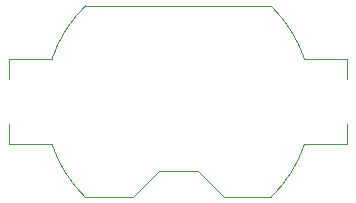
<source format=gbr>
%TF.GenerationSoftware,KiCad,Pcbnew,(6.0.4)*%
%TF.CreationDate,2023-03-17T17:22:40+08:00*%
%TF.ProjectId,ch573beacon,63683537-3362-4656-9163-6f6e2e6b6963,rev?*%
%TF.SameCoordinates,Original*%
%TF.FileFunction,Legend,Bot*%
%TF.FilePolarity,Positive*%
%FSLAX46Y46*%
G04 Gerber Fmt 4.6, Leading zero omitted, Abs format (unit mm)*
G04 Created by KiCad (PCBNEW (6.0.4)) date 2023-03-17 17:22:40*
%MOMM*%
%LPD*%
G01*
G04 APERTURE LIST*
%ADD10C,0.120000*%
G04 APERTURE END LIST*
D10*
%TO.C,BT1*%
X134910000Y-122590000D02*
X131292000Y-122590000D01*
X128447300Y-118090000D02*
X112752700Y-118090000D01*
X122260000Y-132110000D02*
X124460000Y-134310000D01*
X134910000Y-128100000D02*
X134910000Y-129810000D01*
X118940000Y-132110000D02*
X116740000Y-134310000D01*
X112752700Y-134310000D02*
X116740000Y-134310000D01*
X109908000Y-122590000D02*
X106290000Y-122590000D01*
X131292000Y-129810000D02*
X134910000Y-129810000D01*
X124460000Y-134310000D02*
X128447300Y-134310000D01*
X106290000Y-124300000D02*
X106290000Y-122590000D01*
X106290000Y-128100000D02*
X106290000Y-129810000D01*
X106290000Y-129810000D02*
X109908000Y-129810000D01*
X134910000Y-124300000D02*
X134910000Y-122590000D01*
X118940000Y-132110000D02*
X122260000Y-132110000D01*
X131291999Y-122590000D02*
G75*
G03*
X128445371Y-118088211I-10692019J-3610010D01*
G01*
X112754629Y-118088211D02*
G75*
G03*
X109908000Y-122590000I7845391J-8111801D01*
G01*
X128445371Y-134311789D02*
G75*
G03*
X131292000Y-129810000I-7845350J8111775D01*
G01*
X109908000Y-129810000D02*
G75*
G03*
X112754629Y-134311789I10692020J3610012D01*
G01*
%TD*%
M02*

</source>
